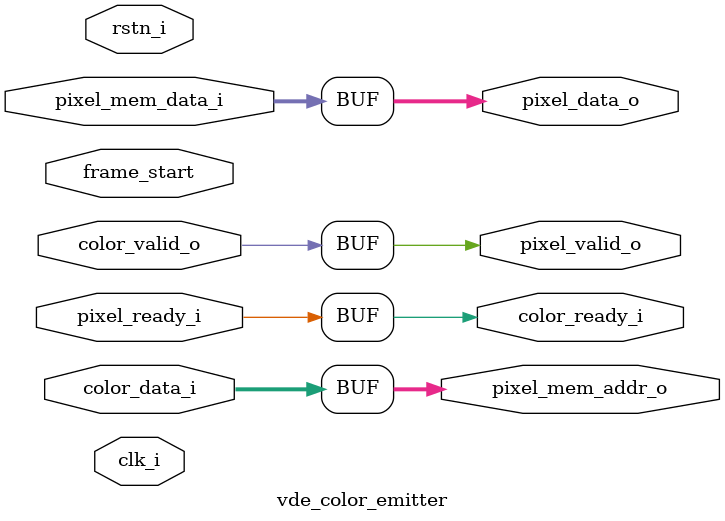
<source format=sv>
module vde_color_emitter #(
  localparam MAP_WIDTH = 80,
  localparam MAP_HEIGHT = 60
)
(
    input clk_i,
    input rstn_i,

    input logic frame_start,
    
    output logic color_ready_i,
    input logic color_valid_o,
    input logic [7:0] color_data_i,

    input logic pixel_ready_i,
    output logic pixel_valid_o,
    output logic [23:0] pixel_data_o,

    output logic [7:0] pixel_mem_addr_o,
    input logic [23:0] pixel_mem_data_i
);

  assign color_ready_i = pixel_ready_i;
  assign pixel_valid_o = color_valid_o;


  // logic [23:0] cp;
  assign pixel_data_o = pixel_mem_data_i;
  assign pixel_mem_addr_o = color_data_i;
  always_comb begin
    // case (color_data_i[4:0])
    //   5'b00000: pixel_data_o = 24'h000000;
    //   5'b00001: pixel_data_o = 24'hFF0000;
    //   5'b00010: pixel_data_o = 24'h00FF00;
    //   5'b00011: pixel_data_o = 24'h0000FF;
    //   5'b00100: pixel_data_o = 24'hFFFFFF;
    //   5'b00101: pixel_data_o = 24'h00FFFF;
    //   5'b00110: pixel_data_o = 24'hFF00FF;
    //   5'b00111: pixel_data_o = 24'hFFFF00;

    //   5'b01000: pixel_data_o = 24'h000000;
    //   5'b01001: pixel_data_o = 24'hAA0000;
    //   5'b01010: pixel_data_o = 24'h00AA00;
    //   5'b01011: pixel_data_o = 24'h0000AA;
    //   5'b01100: pixel_data_o = 24'hAAAAAA;
    //   5'b01101: pixel_data_o = 24'h00AAAA;
    //   5'b01110: pixel_data_o = 24'hAA00AA;
    //   5'b01111: pixel_data_o = 24'hAAAA00;

    //   5'b10000: pixel_data_o = 24'h000000;
    //   5'b10001: pixel_data_o = 24'h880000;
    //   5'b10010: pixel_data_o = 24'h008800;
    //   5'b10011: pixel_data_o = 24'h000088;
    //   5'b10100: pixel_data_o = 24'h888888;
    //   5'b10101: pixel_data_o = 24'h008888;
    //   5'b10110: pixel_data_o = 24'h880088;
    //   5'b10111: pixel_data_o = 24'h888800;

    //   5'b11000: pixel_data_o = 24'h000000;
    //   5'b11001: pixel_data_o = 24'h440000;
    //   5'b11010: pixel_data_o = 24'h004400;
    //   5'b11011: pixel_data_o = 24'h000044;
    //   5'b11100: pixel_data_o = 24'h444444;
    //   5'b11101: pixel_data_o = 24'h004444;
    //   5'b11110: pixel_data_o = 24'h440044;
    //   5'b11111: pixel_data_o = 24'h444400;
    // endcase
    // pixel_data_o = {color_data_i, color_data_i, color_data_i};
  end
endmodule
</source>
